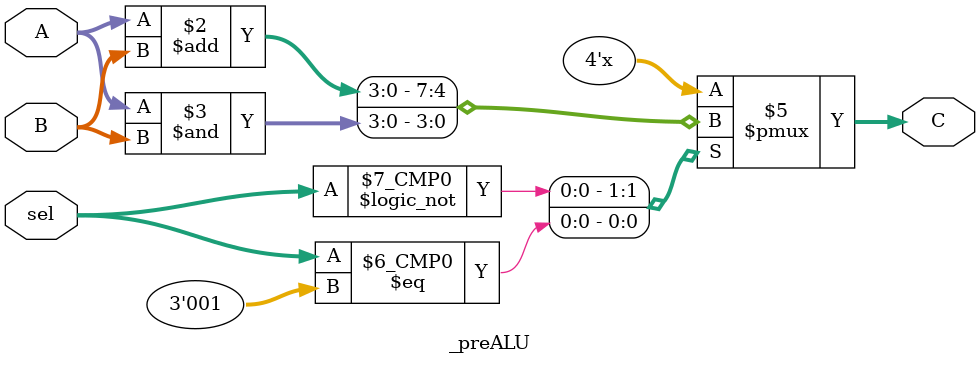
<source format=v>

module _preALU(input [3:0]A, input [3:0]B, input [2:0]sel, output reg [3:0]C);

    always @* begin

        case (sel)
        3'd0: begin
            C = A + B;
        end
        3'd1:begin
            C = A & B;
        end
        default: begin
        
        end
        endcase

    end

endmodule
</source>
